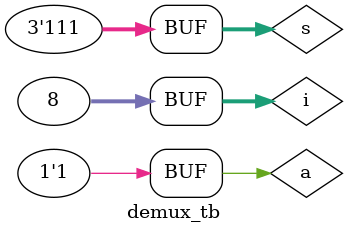
<source format=v>
module demux_1x4(input a,input [1:0]s,output reg [3:0]y);
  integer i;
  always @(*)
     begin 
       y=4'b0000;
       i={s[1],s[0]};
        y[i]=a;
       end 
endmodule 

module demux_1x2(input a,s,output [1:0]y);
  assign y=s?({a,1'b0}):({1'b0,a});
endmodule
//instantiate
 
module demux_1x8(input a,input [2:0]s,output reg[7:0]y );
  wire [1:0]t ;
  demux_1x2 d1(a,s[2],t[1:0]);
  demux_1x4 d2(t[0],s[1:0],y[3:0]);
  demux_1x4 d3(t[1],s[1:0],y[7:4]);
endmodule 

//test bench file 
module demux_tb;
    reg a;
  reg  [2:0]s;
  wire [7:0] y;

  demux_1x8 uut(a,s,y);

    integer i;
    initial begin
        a = 1'b1;
        $monitor("time=%0t a=%b s=%b y=%b", $time, a, s, y);

      for (i = 0; i < 8; i = i + 1) begin
            s = i;
            #3;
        end
    end
endmodule

</source>
